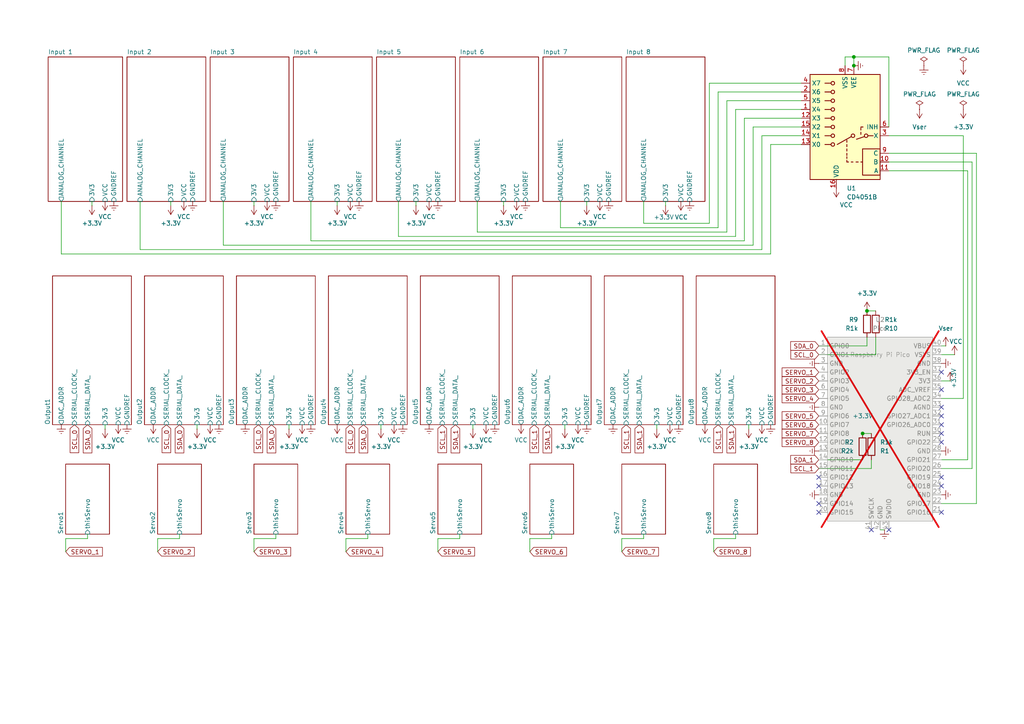
<source format=kicad_sch>
(kicad_sch (version 20250114) (generator "eeschema") (generator_version "9.0")
  (paper "A4")
  (lib_symbols
    (symbol "Analog_Switch:CD4051B"
      (property "Reference" "U" (at -10.16 16.51 0))
      (property "Value" "CD4051B" (at 3.81 16.51 0))
      (symbol "CD4051B_0_1"
        (rectangle (start -10.16 15.24) (end 10.16 -15.24) (stroke (width 0.254)) (fill (type background)))
        (rectangle (start -10.16 6.35) (end -5.08 13.97) (stroke (width 0.254)))
        (polyline (pts (xy -8.128 2.54) (xy -6.604 2.54)) (stroke (width 0.254)))
        (circle (center -6.096 2.54) (radius 0.508) (stroke (width 0.254)))
        (polyline (pts (xy -5.588 2.794) (xy -3.302 3.556)) (stroke (width 0.254)))
        (polyline (pts (xy -4.572 10.16) (xy -5.08 10.16)) (stroke (width 0.254)))
        (polyline (pts (xy -4.572 1.524) (xy -4.572 2.159)) (stroke (width 0.254)))
        (polyline (pts (xy -4.572 0.254) (xy -4.572 0.889)) (stroke (width 0.254)))
        (polyline (pts (xy -4.572 0) (xy -5.207 0)) (stroke (width 0.254)))
        (polyline (pts (xy -3.81 10.16) (xy -3.175 10.16)) (stroke (width 0.254)))
        (circle (center -2.286 2.54) (radius 0.508) (stroke (width 0.254)))
        (polyline (pts (xy -1.778 10.16) (xy -2.286 10.16)) (stroke (width 0.254)))
        (polyline (pts (xy -1.778 2.794) (xy 2.286 5.08)) (stroke (width 0.254)))
        (polyline (pts (xy -0.508 10.16) (xy -1.016 10.16)) (stroke (width 0.254)))
        (polyline (pts (xy -0.508 9.652) (xy -0.508 10.16)) (stroke (width 0.254)))
        (polyline (pts (xy -0.508 8.636) (xy -0.508 9.144)) (stroke (width 0.254)))
        (polyline (pts (xy -0.508 7.62) (xy -0.508 8.255)) (stroke (width 0.254)))
        (polyline (pts (xy -0.508 6.35) (xy -0.508 6.985)) (stroke (width 0.254)))
        (polyline (pts (xy -0.508 5.08) (xy -0.508 5.715)) (stroke (width 0.254)))
        (polyline (pts (xy -0.508 3.81) (xy -0.508 4.445)) (stroke (width 0.254)))
        (circle (center 3.556 5.08) (radius 0.508) (stroke (width 0.254)))
        (circle (center 3.556 2.54) (radius 0.508) (stroke (width 0.254)))
        (circle (center 3.556 0) (radius 0.508) (stroke (width 0.254)))
        (circle (center 3.556 -2.54) (radius 0.508) (stroke (width 0.254)))
        (circle (center 3.556 -5.08) (radius 0.508) (stroke (width 0.254)))
        (circle (center 3.556 -7.62) (radius 0.508) (stroke (width 0.254)))
        (circle (center 3.556 -10.16) (radius 0.508) (stroke (width 0.254)))
        (circle (center 3.556 -12.7) (radius 0.508) (stroke (width 0.254)))
        (polyline (pts (xy 4.064 5.08) (xy 5.842 5.08)) (stroke (width 0.254)))
        (polyline (pts (xy 4.064 2.54) (xy 5.842 2.54)) (stroke (width 0.254)))
        (polyline (pts (xy 4.064 0) (xy 5.842 0)) (stroke (width 0.254)))
        (polyline (pts (xy 4.064 -2.54) (xy 5.842 -2.54)) (stroke (width 0.254)))
        (polyline (pts (xy 4.064 -5.08) (xy 5.842 -5.08)) (stroke (width 0.254)))
        (polyline (pts (xy 4.064 -7.62) (xy 5.842 -7.62)) (stroke (width 0.254)))
        (polyline (pts (xy 4.064 -10.16) (xy 5.842 -10.16)) (stroke (width 0.254)))
        (polyline (pts (xy 4.064 -12.7) (xy 5.842 -12.7)) (stroke (width 0.254)))
      )
      (symbol "CD4051B_1_1"
        (pin input line (at -12.7 12.7 0) (length 2.54) (name "A") (number "11"))
        (pin input line (at -12.7 10.16 0) (length 2.54) (name "B") (number "10"))
        (pin input line (at -12.7 7.62 0) (length 2.54) (name "C") (number "9"))
        (pin bidirectional line (at -12.7 2.54 0) (length 2.54) (name "X") (number "3"))
        (pin input line (at -12.7 0 0) (length 2.54) (name "INH") (number "6"))
        (pin power_in line (at -2.54 -17.78 90) (length 2.54) (name "VEE") (number "7"))
        (pin power_in line (at 0 -17.78 90) (length 2.54) (name "VSS") (number "8"))
        (pin power_in line (at 2.54 17.78 270) (length 2.54) (name "VDD") (number "16"))
        (pin bidirectional line (at 12.7 5.08 180) (length 2.54) (name "X0") (number "13"))
        (pin bidirectional line (at 12.7 2.54 180) (length 2.54) (name "X1") (number "14"))
        (pin bidirectional line (at 12.7 0 180) (length 2.54) (name "X2") (number "15"))
        (pin bidirectional line (at 12.7 -2.54 180) (length 2.54) (name "X3") (number "12"))
        (pin bidirectional line (at 12.7 -5.08 180) (length 2.54) (name "X4") (number "1"))
        (pin bidirectional line (at 12.7 -7.62 180) (length 2.54) (name "X5") (number "5"))
        (pin bidirectional line (at 12.7 -10.16 180) (length 2.54) (name "X6") (number "2"))
        (pin bidirectional line (at 12.7 -12.7 180) (length 2.54) (name "X7") (number "4"))
      )
    )
    (symbol "Device:R" (pin_numbers (hide yes)) (pin_names (offset 0))
      (property "Reference" "R" (at 2.032 0 90))
      (property "Value" "R" (at 0 0 90))
      (symbol "R_0_1"
        (rectangle (start -1.016 -2.54) (end 1.016 2.54) (stroke (width 0.254)))
      )
      (symbol "R_1_1"
        (pin passive line (at 0 3.81 270) (length 1.27) (name "~") (number "1"))
        (pin passive line (at 0 -3.81 90) (length 1.27) (name "~") (number "2"))
      )
    )
    (symbol "MCU_RaspberryPi_and_Boards:Pico"
      (property "Reference" "U" (at -13.97 27.94 0))
      (property "Value" "Pico" (at 0 19.05 0))
      (symbol "Pico_0_0"
        (text "Raspberry Pi Pico" (at 0 21.59 0) (effects (font (size 1.27 1.27))))
      )
      (symbol "Pico_0_1"
        (rectangle (start -15.24 26.67) (end 15.24 -26.67) (fill (type background)))
      )
      (symbol "Pico_1_1"
        (pin bidirectional line (at -17.78 24.13 0) (length 2.54) (name "GPIO0") (number "1"))
        (pin bidirectional line (at -17.78 21.59 0) (length 2.54) (name "GPIO1") (number "2"))
        (pin power_in line (at -17.78 19.05 0) (length 2.54) (name "GND") (number "3"))
        (pin bidirectional line (at -17.78 16.51 0) (length 2.54) (name "GPIO2") (number "4"))
        (pin bidirectional line (at -17.78 13.97 0) (length 2.54) (name "GPIO3") (number "5"))
        (pin bidirectional line (at -17.78 11.43 0) (length 2.54) (name "GPIO4") (number "6"))
        (pin bidirectional line (at -17.78 8.89 0) (length 2.54) (name "GPIO5") (number "7"))
        (pin power_in line (at -17.78 6.35 0) (length 2.54) (name "GND") (number "8"))
        (pin bidirectional line (at -17.78 3.81 0) (length 2.54) (name "GPIO6") (number "9"))
        (pin bidirectional line (at -17.78 1.27 0) (length 2.54) (name "GPIO7") (number "10"))
        (pin bidirectional line (at -17.78 -1.27 0) (length 2.54) (name "GPIO8") (number "11"))
        (pin bidirectional line (at -17.78 -3.81 0) (length 2.54) (name "GPIO9") (number "12"))
        (pin power_in line (at -17.78 -6.35 0) (length 2.54) (name "GND") (number "13"))
        (pin bidirectional line (at -17.78 -8.89 0) (length 2.54) (name "GPIO10") (number "14"))
        (pin bidirectional line (at -17.78 -11.43 0) (length 2.54) (name "GPIO11") (number "15"))
        (pin bidirectional line (at -17.78 -13.97 0) (length 2.54) (name "GPIO12") (number "16"))
        (pin bidirectional line (at -17.78 -16.51 0) (length 2.54) (name "GPIO13") (number "17"))
        (pin power_in line (at -17.78 -19.05 0) (length 2.54) (name "GND") (number "18"))
        (pin bidirectional line (at -17.78 -21.59 0) (length 2.54) (name "GPIO14") (number "19"))
        (pin bidirectional line (at -17.78 -24.13 0) (length 2.54) (name "GPIO15") (number "20"))
        (pin input line (at -2.54 -29.21 90) (length 2.54) (name "SWCLK") (number "41"))
        (pin power_in line (at 0 -29.21 90) (length 2.54) (name "GND") (number "42"))
        (pin bidirectional line (at 2.54 -29.21 90) (length 2.54) (name "SWDIO") (number "43"))
        (pin power_in line (at 17.78 24.13 180) (length 2.54) (name "VBUS") (number "40"))
        (pin power_in line (at 17.78 21.59 180) (length 2.54) (name "VSYS") (number "39"))
        (pin bidirectional line (at 17.78 19.05 180) (length 2.54) (name "GND") (number "38"))
        (pin input line (at 17.78 16.51 180) (length 2.54) (name "3V3_EN") (number "37"))
        (pin power_in line (at 17.78 13.97 180) (length 2.54) (name "3V3") (number "36"))
        (pin power_in line (at 17.78 11.43 180) (length 2.54) (name "ADC_VREF") (number "35"))
        (pin bidirectional line (at 17.78 8.89 180) (length 2.54) (name "GPIO28_ADC2") (number "34"))
        (pin power_in line (at 17.78 6.35 180) (length 2.54) (name "AGND") (number "33"))
        (pin bidirectional line (at 17.78 3.81 180) (length 2.54) (name "GPIO27_ADC1") (number "32"))
        (pin bidirectional line (at 17.78 1.27 180) (length 2.54) (name "GPIO26_ADC0") (number "31"))
        (pin input line (at 17.78 -1.27 180) (length 2.54) (name "RUN") (number "30"))
        (pin bidirectional line (at 17.78 -3.81 180) (length 2.54) (name "GPIO22") (number "29"))
        (pin power_in line (at 17.78 -6.35 180) (length 2.54) (name "GND") (number "28"))
        (pin bidirectional line (at 17.78 -8.89 180) (length 2.54) (name "GPIO21") (number "27"))
        (pin bidirectional line (at 17.78 -11.43 180) (length 2.54) (name "GPIO20") (number "26"))
        (pin bidirectional line (at 17.78 -13.97 180) (length 2.54) (name "GPIO19") (number "25"))
        (pin bidirectional line (at 17.78 -16.51 180) (length 2.54) (name "GPIO18") (number "24"))
        (pin power_in line (at 17.78 -19.05 180) (length 2.54) (name "GND") (number "23"))
        (pin bidirectional line (at 17.78 -21.59 180) (length 2.54) (name "GPIO17") (number "22"))
        (pin bidirectional line (at 17.78 -24.13 180) (length 2.54) (name "GPIO16") (number "21"))
      )
    )
    (symbol "power:+3.3V" (power) (pin_numbers (hide yes)) (pin_names (offset 0) (hide yes))
      (property "Value" "+3.3V" (at 0 3.556 0))
      (symbol "+3.3V_0_1"
        (polyline (pts (xy -0.762 1.27) (xy 0 2.54)))
        (polyline (pts (xy 0 2.54) (xy 0.762 1.27)))
        (polyline (pts (xy 0 0) (xy 0 2.54)))
      )
      (symbol "+3.3V_1_1"
        (pin power_in line (at 0 0 90) (length 0) (name "~") (number "1"))
      )
    )
    (symbol "power:GNDREF" (power) (pin_numbers (hide yes)) (pin_names (offset 0) (hide yes))
      (property "Value" "GNDREF" (at 0 -3.81 0))
      (symbol "GNDREF_0_1"
        (polyline (pts (xy -0.635 -1.905) (xy 0.635 -1.905)))
        (polyline (pts (xy -0.127 -2.54) (xy 0.127 -2.54)))
        (polyline (pts (xy 0 -1.27) (xy 0 0)))
        (polyline (pts (xy 1.27 -1.27) (xy -1.27 -1.27)))
      )
      (symbol "GNDREF_1_1"
        (pin power_in line (at 0 0 270) (length 0) (name "~") (number "1"))
      )
    )
    (symbol "power:PWR_FLAG" (power) (pin_numbers (hide yes)) (pin_names (offset 0) (hide yes))
      (property "Value" "PWR_FLAG" (at 0 3.81 0))
      (symbol "PWR_FLAG_0_0"
        (pin power_out line (at 0 0 90) (length 0) (name "~") (number "1"))
      )
      (symbol "PWR_FLAG_0_1"
        (polyline (pts (xy 0 0) (xy 0 1.27) (xy -1.016 1.905) (xy 0 2.54) (xy 1.016 1.905) (xy 0 1.27)))
      )
    )
    (symbol "power:VCC" (power) (pin_numbers (hide yes)) (pin_names (offset 0) (hide yes))
      (property "Value" "VCC" (at 0 3.556 0))
      (symbol "VCC_0_1"
        (polyline (pts (xy -0.762 1.27) (xy 0 2.54)))
        (polyline (pts (xy 0 2.54) (xy 0.762 1.27)))
        (polyline (pts (xy 0 0) (xy 0 2.54)))
      )
      (symbol "VCC_1_1"
        (pin power_in line (at 0 0 90) (length 0) (name "~") (number "1"))
      )
    )
  )
  (junction (at 247.65 16.51))
  (junction (at 247.65 19.05))
  (junction (at 250.19 125.73))
  (junction (at 251.46 90.17))
  (no_connect (at 237.49 138.43))
  (no_connect (at 252.73 153.67))
  (no_connect (at 273.05 148.59))
  (no_connect (at 273.05 120.65))
  (no_connect (at 273.05 118.11))
  (no_connect (at 273.05 123.19))
  (no_connect (at 273.05 125.73))
  (no_connect (at 273.05 138.43))
  (no_connect (at 273.05 107.95))
  (no_connect (at 237.49 148.59))
  (no_connect (at 237.49 140.97))
  (no_connect (at 257.81 153.67))
  (no_connect (at 273.05 140.97))
  (no_connect (at 273.05 128.27))
  (no_connect (at 237.49 146.05))
  (no_connect (at 273.05 113.03))
  (wire (pts (xy 57.15 124.46) (xy 57.15 123.19)))
  (wire (pts (xy 106.68 156.21) (xy 106.68 154.94)))
  (wire (pts (xy 245.11 16.51) (xy 245.11 19.05)))
  (wire (pts (xy 257.81 46.99) (xy 281.94 46.99)))
  (wire (pts (xy 115.57 68.58) (xy 213.36 68.58)))
  (wire (pts (xy 163.83 124.46) (xy 163.83 123.19)))
  (wire (pts (xy 251.46 100.33) (xy 237.49 100.33)))
  (wire (pts (xy 40.64 58.42) (xy 40.64 72.39)))
  (wire (pts (xy 127 156.21) (xy 133.35 156.21)))
  (wire (pts (xy 254 102.87) (xy 237.49 102.87)))
  (wire (pts (xy 186.69 64.77) (xy 205.74 64.77)))
  (wire (pts (xy 254 97.79) (xy 254 102.87)))
  (wire (pts (xy 208.28 66.04) (xy 162.56 66.04)))
  (wire (pts (xy 232.41 31.75) (xy 213.36 31.75)))
  (wire (pts (xy 30.48 124.46) (xy 30.48 123.19)))
  (wire (pts (xy 255.27 153.67) (xy 256.54 153.67)))
  (wire (pts (xy 127 160.02) (xy 127 156.21)))
  (wire (pts (xy 213.36 31.75) (xy 213.36 68.58)))
  (wire (pts (xy 25.4 156.21) (xy 25.4 154.94)))
  (wire (pts (xy 180.34 160.02) (xy 180.34 156.21)))
  (wire (pts (xy 208.28 26.67) (xy 208.28 66.04)))
  (wire (pts (xy 115.57 58.42) (xy 115.57 68.58)))
  (wire (pts (xy 110.49 124.46) (xy 110.49 123.19)))
  (wire (pts (xy 133.35 156.21) (xy 133.35 154.94)))
  (wire (pts (xy 210.82 29.21) (xy 210.82 67.31)))
  (wire (pts (xy 245.11 16.51) (xy 247.65 16.51)))
  (wire (pts (xy 19.05 160.02) (xy 19.05 156.21)))
  (wire (pts (xy 257.81 49.53) (xy 280.67 49.53)))
  (wire (pts (xy 232.41 36.83) (xy 218.44 36.83)))
  (wire (pts (xy 281.94 46.99) (xy 281.94 135.89)))
  (wire (pts (xy 252.73 125.73) (xy 250.19 125.73)))
  (wire (pts (xy 49.53 59.69) (xy 49.53 58.42)))
  (wire (pts (xy 162.56 58.42) (xy 162.56 66.04)))
  (wire (pts (xy 137.16 124.46) (xy 137.16 123.19)))
  (wire (pts (xy 90.17 69.85) (xy 215.9 69.85)))
  (wire (pts (xy 223.52 41.91) (xy 223.52 73.66)))
  (wire (pts (xy 26.67 59.69) (xy 26.67 58.42)))
  (wire (pts (xy 19.05 156.21) (xy 25.4 156.21)))
  (wire (pts (xy 205.74 24.13) (xy 205.74 64.77)))
  (wire (pts (xy 251.46 97.79) (xy 251.46 100.33)))
  (wire (pts (xy 237.49 135.89) (xy 252.73 135.89)))
  (wire (pts (xy 160.02 154.94) (xy 160.02 156.21)))
  (wire (pts (xy 100.33 160.02) (xy 100.33 156.21)))
  (wire (pts (xy 273.05 102.87) (xy 276.86 102.87)))
  (wire (pts (xy 213.36 156.21) (xy 213.36 154.94)))
  (wire (pts (xy 83.82 124.46) (xy 83.82 123.19)))
  (wire (pts (xy 232.41 39.37) (xy 220.98 39.37)))
  (wire (pts (xy 283.21 44.45) (xy 283.21 146.05)))
  (wire (pts (xy 100.33 156.21) (xy 106.68 156.21)))
  (wire (pts (xy 232.41 26.67) (xy 208.28 26.67)))
  (wire (pts (xy 232.41 34.29) (xy 215.9 34.29)))
  (wire (pts (xy 80.01 156.21) (xy 80.01 154.94)))
  (wire (pts (xy 273.05 133.35) (xy 280.67 133.35)))
  (wire (pts (xy 252.73 135.89) (xy 252.73 133.35)))
  (wire (pts (xy 120.65 59.69) (xy 120.65 58.42)))
  (wire (pts (xy 138.43 58.42) (xy 138.43 67.31)))
  (wire (pts (xy 45.72 156.21) (xy 52.07 156.21)))
  (wire (pts (xy 73.66 156.21) (xy 80.01 156.21)))
  (wire (pts (xy 257.81 39.37) (xy 279.4 39.37)))
  (wire (pts (xy 186.69 58.42) (xy 186.69 64.77)))
  (wire (pts (xy 273.05 146.05) (xy 283.21 146.05)))
  (wire (pts (xy 215.9 34.29) (xy 215.9 69.85)))
  (wire (pts (xy 73.66 59.69) (xy 73.66 58.42)))
  (wire (pts (xy 45.72 160.02) (xy 45.72 156.21)))
  (wire (pts (xy 232.41 24.13) (xy 205.74 24.13)))
  (wire (pts (xy 218.44 36.83) (xy 218.44 71.12)))
  (wire (pts (xy 273.05 135.89) (xy 281.94 135.89)))
  (wire (pts (xy 153.67 156.21) (xy 160.02 156.21)))
  (wire (pts (xy 207.01 156.21) (xy 213.36 156.21)))
  (wire (pts (xy 186.69 156.21) (xy 186.69 154.94)))
  (wire (pts (xy 146.05 59.69) (xy 146.05 58.42)))
  (wire (pts (xy 232.41 41.91) (xy 223.52 41.91)))
  (wire (pts (xy 280.67 49.53) (xy 280.67 133.35)))
  (wire (pts (xy 273.05 110.49) (xy 275.59 110.49)))
  (wire (pts (xy 170.18 59.69) (xy 170.18 58.42)))
  (wire (pts (xy 153.67 160.02) (xy 153.67 156.21)))
  (wire (pts (xy 17.78 73.66) (xy 223.52 73.66)))
  (wire (pts (xy 257.81 44.45) (xy 283.21 44.45)))
  (wire (pts (xy 52.07 156.21) (xy 52.07 154.94)))
  (wire (pts (xy 90.17 58.42) (xy 90.17 69.85)))
  (wire (pts (xy 247.65 16.51) (xy 257.81 16.51)))
  (wire (pts (xy 251.46 90.17) (xy 254 90.17)))
  (wire (pts (xy 64.77 58.42) (xy 64.77 71.12)))
  (wire (pts (xy 220.98 39.37) (xy 220.98 72.39)))
  (wire (pts (xy 17.78 58.42) (xy 17.78 73.66)))
  (wire (pts (xy 274.32 100.33) (xy 273.05 100.33)))
  (wire (pts (xy 257.81 16.51) (xy 257.81 36.83)))
  (wire (pts (xy 193.04 59.69) (xy 193.04 58.42)))
  (wire (pts (xy 73.66 160.02) (xy 73.66 156.21)))
  (wire (pts (xy 64.77 71.12) (xy 218.44 71.12)))
  (wire (pts (xy 247.65 19.05) (xy 247.65 16.51)))
  (wire (pts (xy 97.79 59.69) (xy 97.79 58.42)))
  (wire (pts (xy 232.41 29.21) (xy 210.82 29.21)))
  (wire (pts (xy 180.34 156.21) (xy 186.69 156.21)))
  (wire (pts (xy 207.01 160.02) (xy 207.01 156.21)))
  (wire (pts (xy 279.4 39.37) (xy 279.4 115.57)))
  (wire (pts (xy 279.4 115.57) (xy 273.05 115.57)))
  (wire (pts (xy 237.49 133.35) (xy 250.19 133.35)))
  (wire (pts (xy 190.5 124.46) (xy 190.5 123.19)))
  (wire (pts (xy 217.17 124.46) (xy 217.17 123.19)))
  (wire (pts (xy 210.82 67.31) (xy 138.43 67.31)))
  (wire (pts (xy 40.64 72.39) (xy 220.98 72.39)))
  (global_label "SCL_1" (shape input) (at 154.94 123.19 270) (property "Intersheetrefs" "${INTERSHEET_REFS}" (effects (hide yes))))
  (global_label "SERVO_7" (shape input) (at 237.49 125.73 180) (property "Intersheetrefs" "${INTERSHEET_REFS}" (effects (hide yes))))
  (global_label "SDA_1" (shape input) (at 158.75 123.19 270) (property "Intersheetrefs" "${INTERSHEET_REFS}" (effects (hide yes))))
  (global_label "SERVO_2" (shape input) (at 45.72 160.02 0) (property "Intersheetrefs" "${INTERSHEET_REFS}" (effects (hide yes))))
  (global_label "SDA_0" (shape input) (at 25.4 123.19 270) (property "Intersheetrefs" "${INTERSHEET_REFS}" (effects (hide yes))))
  (global_label "SDA_0" (shape input) (at 105.41 123.19 270) (property "Intersheetrefs" "${INTERSHEET_REFS}" (effects (hide yes))))
  (global_label "SDA_1" (shape input) (at 132.08 123.19 270) (property "Intersheetrefs" "${INTERSHEET_REFS}" (effects (hide yes))))
  (global_label "SDA_1" (shape input) (at 237.49 133.35 180) (property "Intersheetrefs" "${INTERSHEET_REFS}" (effects (hide yes))))
  (global_label "SERVO_4" (shape input) (at 100.33 160.02 0) (property "Intersheetrefs" "${INTERSHEET_REFS}" (effects (hide yes))))
  (global_label "SERVO_1" (shape input) (at 237.49 107.95 180) (property "Intersheetrefs" "${INTERSHEET_REFS}" (effects (hide yes))))
  (global_label "SERVO_3" (shape input) (at 73.66 160.02 0) (property "Intersheetrefs" "${INTERSHEET_REFS}" (effects (hide yes))))
  (global_label "SERVO_1" (shape input) (at 19.05 160.02 0) (property "Intersheetrefs" "${INTERSHEET_REFS}" (effects (hide yes))))
  (global_label "SDA_0" (shape input) (at 78.74 123.19 270) (property "Intersheetrefs" "${INTERSHEET_REFS}" (effects (hide yes))))
  (global_label "SERVO_4" (shape input) (at 237.49 115.57 180) (property "Intersheetrefs" "${INTERSHEET_REFS}" (effects (hide yes))))
  (global_label "SCL_0" (shape input) (at 101.6 123.19 270) (property "Intersheetrefs" "${INTERSHEET_REFS}" (effects (hide yes))))
  (global_label "SERVO_8" (shape input) (at 237.49 128.27 180) (property "Intersheetrefs" "${INTERSHEET_REFS}" (effects (hide yes))))
  (global_label "SDA_1" (shape input) (at 212.09 123.19 270) (property "Intersheetrefs" "${INTERSHEET_REFS}" (effects (hide yes))))
  (global_label "SDA_1" (shape input) (at 185.42 123.19 270) (property "Intersheetrefs" "${INTERSHEET_REFS}" (effects (hide yes))))
  (global_label "SERVO_2" (shape input) (at 237.49 110.49 180) (property "Intersheetrefs" "${INTERSHEET_REFS}" (effects (hide yes))))
  (global_label "SERVO_8" (shape input) (at 207.01 160.02 0) (property "Intersheetrefs" "${INTERSHEET_REFS}" (effects (hide yes))))
  (global_label "SERVO_5" (shape input) (at 127 160.02 0) (property "Intersheetrefs" "${INTERSHEET_REFS}" (effects (hide yes))))
  (global_label "SERVO_5" (shape input) (at 237.49 120.65 180) (property "Intersheetrefs" "${INTERSHEET_REFS}" (effects (hide yes))))
  (global_label "SCL_0" (shape input) (at 21.59 123.19 270) (property "Intersheetrefs" "${INTERSHEET_REFS}" (effects (hide yes))))
  (global_label "SCL_0" (shape input) (at 237.49 102.87 180) (property "Intersheetrefs" "${INTERSHEET_REFS}" (effects (hide yes))))
  (global_label "SCL_1" (shape input) (at 208.28 123.19 270) (property "Intersheetrefs" "${INTERSHEET_REFS}" (effects (hide yes))))
  (global_label "SERVO_6" (shape input) (at 237.49 123.19 180) (property "Intersheetrefs" "${INTERSHEET_REFS}" (effects (hide yes))))
  (global_label "SDA_0" (shape input) (at 237.49 100.33 180) (property "Intersheetrefs" "${INTERSHEET_REFS}" (effects (hide yes))))
  (global_label "SERVO_7" (shape input) (at 180.34 160.02 0) (property "Intersheetrefs" "${INTERSHEET_REFS}" (effects (hide yes))))
  (global_label "SCL_0" (shape input) (at 48.26 123.19 270) (property "Intersheetrefs" "${INTERSHEET_REFS}" (effects (hide yes))))
  (global_label "SCL_0" (shape input) (at 74.93 123.19 270) (property "Intersheetrefs" "${INTERSHEET_REFS}" (effects (hide yes))))
  (global_label "SCL_1" (shape input) (at 128.27 123.19 270) (property "Intersheetrefs" "${INTERSHEET_REFS}" (effects (hide yes))))
  (global_label "SDA_0" (shape input) (at 52.07 123.19 270) (property "Intersheetrefs" "${INTERSHEET_REFS}" (effects (hide yes))))
  (global_label "SERVO_6" (shape input) (at 153.67 160.02 0) (property "Intersheetrefs" "${INTERSHEET_REFS}" (effects (hide yes))))
  (global_label "SCL_1" (shape input) (at 181.61 123.19 270) (property "Intersheetrefs" "${INTERSHEET_REFS}" (effects (hide yes))))
  (global_label "SCL_1" (shape input) (at 237.49 135.89 180) (property "Intersheetrefs" "${INTERSHEET_REFS}" (effects (hide yes))))
  (global_label "SERVO_3" (shape input) (at 237.49 113.03 180) (property "Intersheetrefs" "${INTERSHEET_REFS}" (effects (hide yes))))
  (symbol (lib_id "power:GNDREF") (at 17.78 123.19 0) (unit 1)
    (property "Reference" "#PWR0343" (effects (hide yes)))
    (property "Value" "GNDREF" (effects (hide yes)))
    (property "Description" "Power symbol creates a global label with name \"GNDREF\" , reference supply ground" (effects (hide yes)))
  )
  (symbol (lib_id "power:+3.3V") (at 83.82 124.46 180) (unit 1)
    (property "Reference" "#PWR0331" (effects (hide yes)))
    (property "Value" "+3.3V" (at 83.82 129.54 0))
    (property "Description" "Power symbol creates a global label with name \"+3.3V\"" (effects (hide yes)))
  )
  (symbol (lib_id "power:PWR_FLAG") (at 267.97 19.05 0) (unit 1)
    (property "Reference" "#FLG01" (effects (hide yes)))
    (property "Value" "PWR_FLAG" (at 267.97 14.605 0))
    (property "Description" "Special symbol for telling ERC where power comes from" (effects (hide yes)))
  )
  (symbol (lib_id "power:GNDREF") (at 200.025 58.42 0) (unit 1)
    (property "Reference" "#PWR050" (effects (hide yes)))
    (property "Value" "GNDREF" (effects (hide yes)))
    (property "Description" "Power symbol creates a global label with name \"GNDREF\" , reference supply ground" (effects (hide yes)))
  )
  (symbol (lib_id "power:GNDREF") (at 273.05 143.51 90) (unit 1)
    (property "Reference" "#PWR065" (effects (hide yes)))
    (property "Value" "GNDREF" (effects (hide yes)))
    (property "Description" "Power symbol creates a global label with name \"GNDREF\" , reference supply ground" (effects (hide yes)))
  )
  (symbol (lib_id "power:+3.3V") (at 190.5 124.46 180) (unit 1)
    (property "Reference" "#PWR0335" (effects (hide yes)))
    (property "Value" "+3.3V" (at 190.5 129.54 0))
    (property "Description" "Power symbol creates a global label with name \"+3.3V\"" (effects (hide yes)))
  )
  (symbol (lib_id "Device:R") (at 254 93.98 0) (mirror x) (unit 1)
    (property "Reference" "R10" (at 256.54 95.2501 0) (effects (justify left)))
    (property "Value" "R1k" (at 256.54 92.7101 0) (effects (justify left)))
    (property "Footprint" "Resistor_SMD:R_0805_2012Metric" (effects (hide yes)))
    (property "Description" "Resistor" (effects (hide yes)))
  )
  (symbol (lib_id "power:+3.3V") (at 26.67 59.69 180) (unit 1)
    (property "Reference" "#PWR034" (effects (hide yes)))
    (property "Value" "+3.3V" (at 26.67 64.77 0))
    (property "Description" "Power symbol creates a global label with name \"+3.3V\"" (effects (hide yes)))
  )
  (symbol (lib_id "power:+3.3V") (at 170.18 59.69 180) (unit 1)
    (property "Reference" "#PWR0134" (effects (hide yes)))
    (property "Value" "+3.3V" (at 170.18 64.77 0))
    (property "Description" "Power symbol creates a global label with name \"+3.3V\"" (effects (hide yes)))
  )
  (symbol (lib_id "power:PWR_FLAG") (at 279.4 19.05 0) (unit 1)
    (property "Reference" "#FLG02" (effects (hide yes)))
    (property "Value" "PWR_FLAG" (at 279.4 14.605 0))
    (property "Description" "Special symbol for telling ERC where power comes from" (effects (hide yes)))
  )
  (symbol (lib_id "power:GNDREF") (at 152.4 58.42 0) (unit 1)
    (property "Reference" "#PWR040" (effects (hide yes)))
    (property "Value" "GNDREF" (effects (hide yes)))
    (property "Description" "Power symbol creates a global label with name \"GNDREF\" , reference supply ground" (effects (hide yes)))
  )
  (symbol (lib_id "power:VCC") (at 97.79 123.19 180) (unit 1)
    (property "Reference" "#PWR0342" (effects (hide yes)))
    (property "Value" "VCC" (at 97.79 127.635 0))
    (property "Description" "Power symbol creates a global label with name \"VCC\"" (effects (hide yes)))
  )
  (symbol (lib_id "power:VCC") (at 251.46 90.17 0) (unit 1)
    (property "Reference" "#PWR072" (effects (hide yes)))
    (property "Value" "+3.3V" (at 251.46 85.09 0))
    (property "Description" "Power symbol creates a global label with name \"VCC\"" (effects (hide yes)))
  )
  (symbol (lib_id "power:GNDREF") (at 63.5 123.19 0) (unit 1)
    (property "Reference" "#PWR014" (effects (hide yes)))
    (property "Value" "GNDREF" (effects (hide yes)))
    (property "Description" "Power symbol creates a global label with name \"GNDREF\" , reference supply ground" (effects (hide yes)))
  )
  (symbol (lib_id "power:+3.3V") (at 110.49 124.46 180) (unit 1)
    (property "Reference" "#PWR0332" (effects (hide yes)))
    (property "Value" "+3.3V" (at 110.49 129.54 0))
    (property "Description" "Power symbol creates a global label with name \"+3.3V\"" (effects (hide yes)))
  )
  (symbol (lib_id "power:VCC") (at 60.96 123.19 180) (unit 1)
    (property "Reference" "#PWR013" (effects (hide yes)))
    (property "Value" "VCC" (at 60.96 127.635 0))
    (property "Description" "Power symbol creates a global label with name \"VCC\"" (effects (hide yes)))
  )
  (symbol (lib_id "Device:R") (at 250.19 129.54 0) (mirror y) (unit 1)
    (property "Reference" "R2" (at 247.65 128.2699 0) (effects (justify left)))
    (property "Value" "R2k" (at 247.65 130.8099 0) (effects (justify left)))
    (property "Footprint" "Resistor_SMD:R_0805_2012Metric" (effects (hide yes)))
    (property "Description" "Resistor" (effects (hide yes)))
  )
  (symbol (lib_id "Device:R") (at 251.46 93.98 0) (mirror y) (unit 1)
    (property "Reference" "R9" (at 248.92 92.7099 0) (effects (justify left)))
    (property "Value" "R1k" (at 248.92 95.2499 0) (effects (justify left)))
    (property "Footprint" "Resistor_SMD:R_0805_2012Metric" (effects (hide yes)))
    (property "Description" "Resistor" (effects (hide yes)))
  )
  (symbol (lib_id "power:VCC") (at 53.34 58.42 180) (unit 1)
    (property "Reference" "#PWR09" (effects (hide yes)))
    (property "Value" "VCC" (at 53.34 62.865 0))
    (property "Description" "Power symbol creates a global label with name \"VCC\"" (effects (hide yes)))
  )
  (symbol (lib_id "power:GNDREF") (at 170.18 123.19 0) (unit 1)
    (property "Reference" "#PWR044" (effects (hide yes)))
    (property "Value" "GNDREF" (effects (hide yes)))
    (property "Description" "Power symbol creates a global label with name \"GNDREF\" , reference supply ground" (effects (hide yes)))
  )
  (symbol (lib_id "power:PWR_FLAG") (at 266.7 31.75 0) (unit 1)
    (property "Reference" "#FLG04" (effects (hide yes)))
    (property "Value" "PWR_FLAG" (at 266.7 27.305 0))
    (property "Description" "Special symbol for telling ERC where power comes from" (effects (hide yes)))
  )
  (symbol (lib_id "power:VCC") (at 197.485 58.42 180) (unit 1)
    (property "Reference" "#PWR048" (effects (hide yes)))
    (property "Value" "VCC" (at 197.612 62.992 0))
    (property "Description" "Power symbol creates a global label with name \"VCC\"" (effects (hide yes)))
  )
  (symbol (lib_id "power:GNDREF") (at 223.52 123.19 0) (unit 1)
    (property "Reference" "#PWR052" (effects (hide yes)))
    (property "Value" "GNDREF" (effects (hide yes)))
    (property "Description" "Power symbol creates a global label with name \"GNDREF\" , reference supply ground" (effects (hide yes)))
  )
  (symbol (lib_id "power:GNDREF") (at 237.49 143.51 270) (unit 1)
    (property "Reference" "#PWR056" (effects (hide yes)))
    (property "Value" "GNDREF" (effects (hide yes)))
    (property "Description" "Power symbol creates a global label with name \"GNDREF\" , reference supply ground" (effects (hide yes)))
  )
  (symbol (lib_id "power:GNDREF") (at 143.51 123.19 0) (unit 1)
    (property "Reference" "#PWR037" (effects (hide yes)))
    (property "Value" "GNDREF" (effects (hide yes)))
    (property "Description" "Power symbol creates a global label with name \"GNDREF\" , reference supply ground" (effects (hide yes)))
  )
  (symbol (lib_id "power:VCC") (at 279.4 19.05 180) (unit 1)
    (property "Reference" "#PWR066" (effects (hide yes)))
    (property "Value" "VCC" (at 279.4 24.13 0))
    (property "Description" "Power symbol creates a global label with name \"VCC\"" (effects (hide yes)))
  )
  (symbol (lib_id "power:VCC") (at 101.6 58.42 180) (unit 1)
    (property "Reference" "#PWR023" (effects (hide yes)))
    (property "Value" "VCC" (at 101.6 62.865 0))
    (property "Description" "Power symbol creates a global label with name \"VCC\"" (effects (hide yes)))
  )
  (symbol (lib_id "power:VCC") (at 30.48 58.42 180) (unit 1)
    (property "Reference" "#PWR02" (effects (hide yes)))
    (property "Value" "VCC" (at 30.48 62.865 0))
    (property "Description" "Power symbol creates a global label with name \"VCC\"" (effects (hide yes)))
  )
  (symbol (lib_id "power:GNDREF") (at 33.02 58.42 0) (unit 1)
    (property "Reference" "#PWR03" (effects (hide yes)))
    (property "Value" "GNDREF" (effects (hide yes)))
    (property "Description" "Power symbol creates a global label with name \"GNDREF\" , reference supply ground" (effects (hide yes)))
  )
  (symbol (lib_id "power:VCC") (at 274.32 100.33 0) (unit 1)
    (property "Reference" "#PWR036" (effects (hide yes)))
    (property "Value" "Vser" (at 274.32 95.25 0))
    (property "Description" "Vser" (effects (hide yes)))
  )
  (symbol (lib_id "power:GNDREF") (at 124.46 123.19 0) (unit 1)
    (property "Reference" "#PWR0338" (effects (hide yes)))
    (property "Value" "GNDREF" (effects (hide yes)))
    (property "Description" "Power symbol creates a global label with name \"GNDREF\" , reference supply ground" (effects (hide yes)))
  )
  (symbol (lib_id "power:VCC") (at 266.7 31.75 180) (unit 1)
    (property "Reference" "#PWR073" (effects (hide yes)))
    (property "Value" "Vser" (at 266.7 36.83 0))
    (property "Description" "Vser" (effects (hide yes)))
  )
  (symbol (lib_id "power:GNDREF") (at 90.17 123.19 0) (unit 1)
    (property "Reference" "#PWR021" (effects (hide yes)))
    (property "Value" "GNDREF" (effects (hide yes)))
    (property "Description" "Power symbol creates a global label with name \"GNDREF\" , reference supply ground" (effects (hide yes)))
  )
  (symbol (lib_id "power:VCC") (at 34.29 123.19 180) (unit 1)
    (property "Reference" "#PWR05" (effects (hide yes)))
    (property "Value" "VCC" (at 34.29 127.635 0))
    (property "Description" "Power symbol creates a global label with name \"VCC\"" (effects (hide yes)))
  )
  (symbol (lib_id "power:VCC") (at 124.46 58.42 180) (unit 1)
    (property "Reference" "#PWR030" (effects (hide yes)))
    (property "Value" "VCC" (at 124.46 62.865 0))
    (property "Description" "Power symbol creates a global label with name \"VCC\"" (effects (hide yes)))
  )
  (symbol (lib_id "MCU_RaspberryPi_and_Boards:Pico") (at 255.27 124.46 0) (unit 1) (dnp yes)
    (property "Reference" "U2" (at 255.27 92.71 0))
    (property "Value" "Pico" (at 255.27 95.25 0))
    (property "Footprint" "MCU_RaspberryPi_and_Boards:RPi_Pico_SMD_TH" (effects (hide yes)))
  )
  (symbol (lib_id "power:GNDREF") (at 104.14 58.42 0) (unit 1)
    (property "Reference" "#PWR024" (effects (hide yes)))
    (property "Value" "GNDREF" (effects (hide yes)))
    (property "Description" "Power symbol creates a global label with name \"GNDREF\" , reference supply ground" (effects (hide yes)))
  )
  (symbol (lib_id "power:GNDREF") (at 176.53 58.42 0) (unit 1)
    (property "Reference" "#PWR046" (effects (hide yes)))
    (property "Value" "GNDREF" (effects (hide yes)))
    (property "Description" "Power symbol creates a global label with name \"GNDREF\" , reference supply ground" (effects (hide yes)))
  )
  (symbol (lib_id "power:VCC") (at 149.86 58.42 180) (unit 1)
    (property "Reference" "#PWR039" (effects (hide yes)))
    (property "Value" "VCC" (at 149.86 62.865 0))
    (property "Description" "Power symbol creates a global label with name \"VCC\"" (effects (hide yes)))
  )
  (symbol (lib_id "power:+3.3V") (at 193.04 59.69 180) (unit 1)
    (property "Reference" "#PWR0151" (effects (hide yes)))
    (property "Value" "+3.3V" (at 192.532 62.992 0))
    (property "Description" "Power symbol creates a global label with name \"+3.3V\"" (effects (hide yes)))
  )
  (symbol (lib_id "power:GNDREF") (at 237.49 118.11 270) (unit 1)
    (property "Reference" "#PWR054" (effects (hide yes)))
    (property "Value" "GNDREF" (effects (hide yes)))
    (property "Description" "Power symbol creates a global label with name \"GNDREF\" , reference supply ground" (effects (hide yes)))
  )
  (symbol (lib_id "power:GNDREF") (at 273.05 105.41 90) (unit 1)
    (property "Reference" "#PWR063" (effects (hide yes)))
    (property "Value" "GNDREF" (effects (hide yes)))
    (property "Description" "Power symbol creates a global label with name \"GNDREF\" , reference supply ground" (effects (hide yes)))
  )
  (symbol (lib_id "power:+3.3V") (at 217.17 124.46 180) (unit 1)
    (property "Reference" "#PWR0336" (effects (hide yes)))
    (property "Value" "+3.3V" (at 217.17 129.54 0))
    (property "Description" "Power symbol creates a global label with name \"+3.3V\"" (effects (hide yes)))
  )
  (symbol (lib_id "power:GNDREF") (at 237.49 105.41 270) (unit 1)
    (property "Reference" "#PWR053" (effects (hide yes)))
    (property "Value" "GNDREF" (effects (hide yes)))
    (property "Description" "Power symbol creates a global label with name \"GNDREF\" , reference supply ground" (effects (hide yes)))
  )
  (symbol (lib_id "power:VCC") (at 167.64 123.19 180) (unit 1)
    (property "Reference" "#PWR043" (effects (hide yes)))
    (property "Value" "VCC" (at 167.64 127.635 0))
    (property "Description" "Power symbol creates a global label with name \"VCC\"" (effects (hide yes)))
  )
  (symbol (lib_id "power:+3.3V") (at 73.66 59.69 180) (unit 1)
    (property "Reference" "#PWR057" (effects (hide yes)))
    (property "Value" "+3.3V" (at 73.66 64.77 0))
    (property "Description" "Power symbol creates a global label with name \"+3.3V\"" (effects (hide yes)))
  )
  (symbol (lib_id "power:VCC") (at 44.45 123.19 180) (unit 1)
    (property "Reference" "#PWR0340" (effects (hide yes)))
    (property "Value" "VCC" (at 44.45 127.635 0))
    (property "Description" "Power symbol creates a global label with name \"VCC\"" (effects (hide yes)))
  )
  (symbol (lib_id "power:VCC") (at 140.97 123.19 180) (unit 1)
    (property "Reference" "#PWR035" (effects (hide yes)))
    (property "Value" "VCC" (at 140.97 127.635 0))
    (property "Description" "Power symbol creates a global label with name \"VCC\"" (effects (hide yes)))
  )
  (symbol (lib_id "power:VCC") (at 114.3 123.19 180) (unit 1)
    (property "Reference" "#PWR027" (effects (hide yes)))
    (property "Value" "VCC" (at 114.3 127.635 0))
    (property "Description" "Power symbol creates a global label with name \"VCC\"" (effects (hide yes)))
  )
  (symbol (lib_id "power:GNDREF") (at 196.85 123.19 0) (unit 1)
    (property "Reference" "#PWR049" (effects (hide yes)))
    (property "Value" "GNDREF" (effects (hide yes)))
    (property "Description" "Power symbol creates a global label with name \"GNDREF\" , reference supply ground" (effects (hide yes)))
  )
  (symbol (lib_id "power:+3.3V") (at 120.65 59.69 180) (unit 1)
    (property "Reference" "#PWR0100" (effects (hide yes)))
    (property "Value" "+3.3V" (at 120.65 64.77 0))
    (property "Description" "Power symbol creates a global label with name \"+3.3V\"" (effects (hide yes)))
  )
  (symbol (lib_id "power:VCC") (at 194.31 123.19 180) (unit 1)
    (property "Reference" "#PWR047" (effects (hide yes)))
    (property "Value" "VCC" (at 194.31 127.635 0))
    (property "Description" "Power symbol creates a global label with name \"VCC\"" (effects (hide yes)))
  )
  (symbol (lib_id "power:+3.3V") (at 146.05 59.69 180) (unit 1)
    (property "Reference" "#PWR0117" (effects (hide yes)))
    (property "Value" "+3.3V" (at 146.05 64.77 0))
    (property "Description" "Power symbol creates a global label with name \"+3.3V\"" (effects (hide yes)))
  )
  (symbol (lib_id "power:GNDREF") (at 55.88 58.42 0) (unit 1)
    (property "Reference" "#PWR010" (effects (hide yes)))
    (property "Value" "GNDREF" (effects (hide yes)))
    (property "Description" "Power symbol creates a global label with name \"GNDREF\" , reference supply ground" (effects (hide yes)))
  )
  (symbol (lib_id "power:GNDREF") (at 273.05 130.81 90) (unit 1)
    (property "Reference" "#PWR064" (effects (hide yes)))
    (property "Value" "GNDREF" (effects (hide yes)))
    (property "Description" "Power symbol creates a global label with name \"GNDREF\" , reference supply ground" (effects (hide yes)))
  )
  (symbol (lib_id "power:GNDREF") (at 237.49 130.81 270) (unit 1)
    (property "Reference" "#PWR055" (effects (hide yes)))
    (property "Value" "GNDREF" (effects (hide yes)))
    (property "Description" "Power symbol creates a global label with name \"GNDREF\" , reference supply ground" (effects (hide yes)))
  )
  (symbol (lib_id "power:+3.3V") (at 97.79 59.69 180) (unit 1)
    (property "Reference" "#PWR083" (effects (hide yes)))
    (property "Value" "+3.3V" (at 97.79 64.77 0))
    (property "Description" "Power symbol creates a global label with name \"+3.3V\"" (effects (hide yes)))
  )
  (symbol (lib_id "power:+3.3V") (at 275.59 110.49 0) (unit 1)
    (property "Reference" "#PWR038" (effects (hide yes)))
    (property "Value" "+3.3V" (at 276.606 109.728 90))
    (property "Description" "Power symbol creates a global label with name \"+3.3V\"" (effects (hide yes)))
  )
  (symbol (lib_id "power:+3.3V") (at 137.16 124.46 180) (unit 1)
    (property "Reference" "#PWR0333" (effects (hide yes)))
    (property "Value" "+3.3V" (at 137.16 129.54 0))
    (property "Description" "Power symbol creates a global label with name \"+3.3V\"" (effects (hide yes)))
  )
  (symbol (lib_id "power:+3.3V") (at 163.83 124.46 180) (unit 1)
    (property "Reference" "#PWR0334" (effects (hide yes)))
    (property "Value" "+3.3V" (at 163.83 129.54 0))
    (property "Description" "Power symbol creates a global label with name \"+3.3V\"" (effects (hide yes)))
  )
  (symbol (lib_id "power:GNDREF") (at 247.65 19.05 90) (unit 1)
    (property "Reference" "#PWR059" (effects (hide yes)))
    (property "Value" "GNDREF" (effects (hide yes)))
    (property "Description" "Power symbol creates a global label with name \"GNDREF\" , reference supply ground" (effects (hide yes)))
  )
  (symbol (lib_id "power:VCC") (at 242.57 54.61 180) (unit 1)
    (property "Reference" "#PWR058" (effects (hide yes)))
    (property "Value" "VCC" (at 247.396 59.436 0) (effects (justify left)))
    (property "Description" "Power symbol creates a global label with name \"VCC\"" (effects (hide yes)))
  )
  (symbol (lib_id "power:+3.3V") (at 57.15 124.46 180) (unit 1)
    (property "Reference" "#PWR0330" (effects (hide yes)))
    (property "Value" "+3.3V" (at 57.15 129.54 0))
    (property "Description" "Power symbol creates a global label with name \"+3.3V\"" (effects (hide yes)))
  )
  (symbol (lib_id "power:+3.3V") (at 30.48 124.46 180) (unit 1)
    (property "Reference" "#PWR0329" (effects (hide yes)))
    (property "Value" "+3.3V" (at 30.48 129.54 0))
    (property "Description" "Power symbol creates a global label with name \"+3.3V\"" (effects (hide yes)))
  )
  (symbol (lib_id "power:VCC") (at 276.86 102.87 0) (unit 1)
    (property "Reference" "#PWR062" (effects (hide yes)))
    (property "Value" "VCC" (at 275.336 99.06 0) (effects (justify left)))
    (property "Description" "Power symbol creates a global label with name \"VCC\"" (effects (hide yes)))
  )
  (symbol (lib_id "power:VCC") (at 204.47 123.19 180) (unit 1)
    (property "Reference" "#PWR0339" (effects (hide yes)))
    (property "Value" "VCC" (at 204.47 127.635 0))
    (property "Description" "Power symbol creates a global label with name \"VCC\"" (effects (hide yes)))
  )
  (symbol (lib_id "power:VCC") (at 77.47 58.42 180) (unit 1)
    (property "Reference" "#PWR016" (effects (hide yes)))
    (property "Value" "VCC" (at 77.47 62.865 0))
    (property "Description" "Power symbol creates a global label with name \"VCC\"" (effects (hide yes)))
  )
  (symbol (lib_id "power:VCC") (at 151.13 123.19 180) (unit 1)
    (property "Reference" "#PWR0344" (effects (hide yes)))
    (property "Value" "VCC" (at 151.13 127.635 0))
    (property "Description" "Power symbol creates a global label with name \"VCC\"" (effects (hide yes)))
  )
  (symbol (lib_id "power:GNDREF") (at 177.8 123.19 0) (unit 1)
    (property "Reference" "#PWR0337" (effects (hide yes)))
    (property "Value" "GNDREF" (effects (hide yes)))
    (property "Description" "Power symbol creates a global label with name \"GNDREF\" , reference supply ground" (effects (hide yes)))
  )
  (symbol (lib_id "power:VCC") (at 250.19 125.73 0) (unit 1)
    (property "Reference" "#PWR08" (effects (hide yes)))
    (property "Value" "+3.3V" (at 250.19 120.65 0))
    (property "Description" "Power symbol creates a global label with name \"VCC\"" (effects (hide yes)))
  )
  (symbol (lib_id "power:GNDREF") (at 36.83 123.19 0) (unit 1)
    (property "Reference" "#PWR07" (effects (hide yes)))
    (property "Value" "GNDREF" (effects (hide yes)))
    (property "Description" "Power symbol creates a global label with name \"GNDREF\" , reference supply ground" (effects (hide yes)))
  )
  (symbol (lib_id "power:GNDREF") (at 80.01 58.42 0) (unit 1)
    (property "Reference" "#PWR018" (effects (hide yes)))
    (property "Value" "GNDREF" (effects (hide yes)))
    (property "Description" "Power symbol creates a global label with name \"GNDREF\" , reference supply ground" (effects (hide yes)))
  )
  (symbol (lib_id "power:VCC") (at 87.63 123.19 180) (unit 1)
    (property "Reference" "#PWR019" (effects (hide yes)))
    (property "Value" "VCC" (at 87.63 127.635 0))
    (property "Description" "Power symbol creates a global label with name \"VCC\"" (effects (hide yes)))
  )
  (symbol (lib_id "power:VCC") (at 173.99 58.42 180) (unit 1)
    (property "Reference" "#PWR045" (effects (hide yes)))
    (property "Value" "VCC" (at 173.99 62.865 0))
    (property "Description" "Power symbol creates a global label with name \"VCC\"" (effects (hide yes)))
  )
  (symbol (lib_id "power:VCC") (at 220.98 123.19 180) (unit 1)
    (property "Reference" "#PWR051" (effects (hide yes)))
    (property "Value" "VCC" (at 220.98 127.635 0))
    (property "Description" "Power symbol creates a global label with name \"VCC\"" (effects (hide yes)))
  )
  (symbol (lib_id "Device:R") (at 252.73 129.54 0) (mirror x) (unit 1)
    (property "Reference" "R1" (at 255.27 130.8101 0) (effects (justify left)))
    (property "Value" "R1k" (at 255.27 128.2701 0) (effects (justify left)))
    (property "Footprint" "Resistor_SMD:R_0805_2012Metric" (effects (hide yes)))
    (property "Description" "Resistor" (effects (hide yes)))
  )
  (symbol (lib_id "power:GNDREF") (at 71.12 123.19 0) (unit 1)
    (property "Reference" "#PWR0341" (effects (hide yes)))
    (property "Value" "GNDREF" (effects (hide yes)))
    (property "Description" "Power symbol creates a global label with name \"GNDREF\" , reference supply ground" (effects (hide yes)))
  )
  (symbol (lib_id "power:VCC") (at 279.4 31.75 180) (unit 1)
    (property "Reference" "#PWR068" (effects (hide yes)))
    (property "Value" "+3.3V" (at 279.4 36.83 0))
    (property "Description" "Power symbol creates a global label with name \"VCC\"" (effects (hide yes)))
  )
  (symbol (lib_id "power:GNDREF") (at 256.54 153.67 0) (unit 1)
    (property "Reference" "#PWR060" (effects (hide yes)))
    (property "Value" "GNDREF" (effects (hide yes)))
    (property "Description" "Power symbol creates a global label with name \"GNDREF\" , reference supply ground" (effects (hide yes)))
  )
  (symbol (lib_id "power:GNDREF") (at 267.97 19.05 0) (unit 1)
    (property "Reference" "#PWR061" (effects (hide yes)))
    (property "Value" "GNDREF" (effects (hide yes)))
    (property "Description" "Power symbol creates a global label with name \"GNDREF\" , reference supply ground" (effects (hide yes)))
  )
  (symbol (lib_id "power:PWR_FLAG") (at 279.4 31.75 0) (unit 1)
    (property "Reference" "#FLG03" (effects (hide yes)))
    (property "Value" "PWR_FLAG" (at 279.4 27.305 0))
    (property "Description" "Special symbol for telling ERC where power comes from" (effects (hide yes)))
  )
  (symbol (lib_id "Analog_Switch:CD4051B") (at 245.11 36.83 180) (unit 1)
    (property "Reference" "U1" (at 245.5865 54.61 0) (effects (justify right)))
    (property "Value" "CD4051B" (at 245.5865 57.15 0) (effects (justify right)))
    (property "Footprint" "Package_SO:SOIC-16_3.9x9.9mm_P1.27mm" (effects (hide yes)))
    (property "Datasheet" "http://www.ti.com/lit/ds/symlink/cd4052b.pdf" (effects (hide yes)))
    (property "Description" "CMOS single 8-channel analog multiplexer demultiplexer, TSSOP-16/DIP-16/SOIC-16" (effects (hide yes)))
  )
  (symbol (lib_id "power:GNDREF") (at 127 58.42 0) (unit 1)
    (property "Reference" "#PWR032" (effects (hide yes)))
    (property "Value" "GNDREF" (effects (hide yes)))
    (property "Description" "Power symbol creates a global label with name \"GNDREF\" , reference supply ground" (effects (hide yes)))
  )
  (symbol (lib_id "power:GNDREF") (at 116.84 123.19 0) (unit 1)
    (property "Reference" "#PWR028" (effects (hide yes)))
    (property "Value" "GNDREF" (effects (hide yes)))
    (property "Description" "Power symbol creates a global label with name \"GNDREF\" , reference supply ground" (effects (hide yes)))
  )
  (symbol (lib_id "power:+3.3V") (at 49.53 59.69 180) (unit 1)
    (property "Reference" "#PWR042" (effects (hide yes)))
    (property "Value" "+3.3V" (at 49.53 64.77 0))
    (property "Description" "Power symbol creates a global label with name \"+3.3V\"" (effects (hide yes)))
  )
  (sheet (at 68.58 80.01) (size 22.86 43.18) (stroke (width 0.1524))
    (property "Sheetname" "Output3" (at 67.8684 123.19 90) (effects (justify left bottom)))
    (property "Sheetfile" "../Oblique Palette 0.5.1 PCB Output/Oblique Palette 0.5.1 PCB Output.kicad_sch" (effects (hide yes)))
    (pin "SERIAL_CLOCK_" input (at 74.93 123.19 270))
    (pin "SERIAL_DATA_" input (at 78.74 123.19 270))
    (pin "VCC" input (at 87.63 123.19 270))
    (pin "GNDREF" input (at 90.17 123.19 270))
    (pin "3v3" input (at 83.82 123.19 270))
    (pin "DAC_ADDR" output (at 71.12 123.19 270))
  )
  (sheet (at 85.09 16.51) (size 22.86 41.91) (stroke (width 0.1524))
    (property "Sheetname" "Input 4" (at 85.09 15.7984 0) (effects (justify left bottom)))
    (property "Sheetfile" "../Oblique Palette 0.5.1 PCB Input/Oblique Palette 0.5.1 PCB Input.kicad_sch" (effects (hide yes)))
    (pin "ANALOG_CHANNEL" output (at 90.17 58.42 270))
    (pin "VCC" input (at 101.6 58.42 270))
    (pin "GNDREF" input (at 104.14 58.42 270))
    (pin "3V3" input (at 97.79 58.42 270))
  )
  (sheet (at 19.05 134.62) (size 12.7 20.32) (stroke (width 0.1524))
    (property "Sheetname" "Servo1" (at 18.3384 154.94 90) (effects (justify left bottom)))
    (property "Sheetfile" "servoOut.kicad_sch" (effects (hide yes)))
    (pin "thisServo" input (at 25.4 154.94 270))
  )
  (sheet (at 180.34 134.62) (size 12.7 20.32) (stroke (width 0.1524))
    (property "Sheetname" "Servo7" (at 179.6284 154.94 90) (effects (justify left bottom)))
    (property "Sheetfile" "servoOut.kicad_sch" (effects (hide yes)))
    (pin "thisServo" input (at 186.69 154.94 270))
  )
  (sheet (at 207.01 134.62) (size 12.7 20.32) (stroke (width 0.1524))
    (property "Sheetname" "Servo8" (at 206.2984 154.94 90) (effects (justify left bottom)))
    (property "Sheetfile" "servoOut.kicad_sch" (effects (hide yes)))
    (pin "thisServo" input (at 213.36 154.94 270))
  )
  (sheet (at 175.26 80.01) (size 22.86 43.18) (stroke (width 0.1524))
    (property "Sheetname" "Output7" (at 174.5484 123.19 90) (effects (justify left bottom)))
    (property "Sheetfile" "../Oblique Palette 0.5.1 PCB Output/Oblique Palette 0.5.1 PCB Output.kicad_sch" (effects (hide yes)))
    (pin "SERIAL_CLOCK_" input (at 181.61 123.19 270))
    (pin "SERIAL_DATA_" input (at 185.42 123.19 270))
    (pin "VCC" input (at 194.31 123.19 270))
    (pin "GNDREF" input (at 196.85 123.19 270))
    (pin "3v3" input (at 190.5 123.19 270))
    (pin "DAC_ADDR" output (at 177.8 123.19 270))
  )
  (sheet (at 127 134.62) (size 12.7 20.32) (stroke (width 0.1524))
    (property "Sheetname" "Servo5" (at 126.2884 154.94 90) (effects (justify left bottom)))
    (property "Sheetfile" "servoOut.kicad_sch" (effects (hide yes)))
    (pin "thisServo" input (at 133.35 154.94 270))
  )
  (sheet (at 36.83 16.51) (size 22.86 41.91) (stroke (width 0.1524))
    (property "Sheetname" "Input 2" (at 36.83 15.7984 0) (effects (justify left bottom)))
    (property "Sheetfile" "../Oblique Palette 0.5.1 PCB Input/Oblique Palette 0.5.1 PCB Input.kicad_sch" (effects (hide yes)))
    (pin "ANALOG_CHANNEL" input (at 40.64 58.42 270))
    (pin "VCC" input (at 53.34 58.42 270))
    (pin "GNDREF" input (at 55.88 58.42 270))
    (pin "3V3" input (at 49.53 58.42 270))
  )
  (sheet (at 121.92 80.01) (size 22.86 43.18) (stroke (width 0.1524))
    (property "Sheetname" "Output5" (at 121.2084 123.19 90) (effects (justify left bottom)))
    (property "Sheetfile" "../Oblique Palette 0.5.1 PCB Output/Oblique Palette 0.5.1 PCB Output.kicad_sch" (effects (hide yes)))
    (pin "SERIAL_CLOCK_" input (at 128.27 123.19 270))
    (pin "SERIAL_DATA_" input (at 132.08 123.19 270))
    (pin "VCC" input (at 140.97 123.19 270))
    (pin "GNDREF" input (at 143.51 123.19 270))
    (pin "3v3" input (at 137.16 123.19 270))
    (pin "DAC_ADDR" output (at 124.46 123.19 270))
  )
  (sheet (at 95.25 80.01) (size 22.86 43.18) (stroke (width 0.1524))
    (property "Sheetname" "Output4" (at 94.5384 123.19 90) (effects (justify left bottom)))
    (property "Sheetfile" "../Oblique Palette 0.5.1 PCB Output/Oblique Palette 0.5.1 PCB Output.kicad_sch" (effects (hide yes)))
    (pin "SERIAL_CLOCK_" input (at 101.6 123.19 270))
    (pin "SERIAL_DATA_" input (at 105.41 123.19 270))
    (pin "VCC" input (at 114.3 123.19 270))
    (pin "GNDREF" input (at 116.84 123.19 270))
    (pin "3v3" input (at 110.49 123.19 270))
    (pin "DAC_ADDR" output (at 97.79 123.19 270))
  )
  (sheet (at 181.61 16.51) (size 22.86 41.91) (stroke (width 0.1524))
    (property "Sheetname" "Input 8" (at 181.61 15.7984 0) (effects (justify left bottom)))
    (property "Sheetfile" "../Oblique Palette 0.5.1 PCB Input/Oblique Palette 0.5.1 PCB Input.kicad_sch" (effects (hide yes)))
    (pin "ANALOG_CHANNEL" output (at 186.69 58.42 270))
    (pin "VCC" input (at 197.485 58.42 270))
    (pin "GNDREF" input (at 200.025 58.42 270))
    (pin "3V3" input (at 193.04 58.42 270))
  )
  (sheet (at 100.33 134.62) (size 12.7 20.32) (stroke (width 0.1524))
    (property "Sheetname" "Servo4" (at 99.6184 154.94 90) (effects (justify left bottom)))
    (property "Sheetfile" "servoOut.kicad_sch" (effects (hide yes)))
    (pin "thisServo" input (at 106.68 154.94 270))
  )
  (sheet (at 45.72 134.62) (size 12.7 20.32) (stroke (width 0.1524))
    (property "Sheetname" "Servo2" (at 45.0084 154.94 90) (effects (justify left bottom)))
    (property "Sheetfile" "servoOut.kicad_sch" (effects (hide yes)))
    (pin "thisServo" input (at 52.07 154.94 270))
  )
  (sheet (at 15.24 80.01) (size 22.86 43.18) (stroke (width 0.1524))
    (property "Sheetname" "Output1" (at 14.5284 123.19 90) (effects (justify left bottom)))
    (property "Sheetfile" "../Oblique Palette 0.5.1 PCB Output/Oblique Palette 0.5.1 PCB Output.kicad_sch" (effects (hide yes)))
    (pin "SERIAL_CLOCK_" input (at 21.59 123.19 270))
    (pin "SERIAL_DATA_" input (at 25.4 123.19 270))
    (pin "VCC" input (at 34.29 123.19 270))
    (pin "GNDREF" input (at 36.83 123.19 270))
    (pin "3v3" input (at 30.48 123.19 270))
    (pin "DAC_ADDR" output (at 17.78 123.19 270))
  )
  (sheet (at 157.48 16.51) (size 22.86 41.91) (stroke (width 0.1524))
    (property "Sheetname" "Input 7" (at 157.48 15.7984 0) (effects (justify left bottom)))
    (property "Sheetfile" "../Oblique Palette 0.5.1 PCB Input/Oblique Palette 0.5.1 PCB Input.kicad_sch" (effects (hide yes)))
    (pin "ANALOG_CHANNEL" output (at 162.56 58.42 270))
    (pin "VCC" input (at 173.99 58.42 270))
    (pin "GNDREF" input (at 176.53 58.42 270))
    (pin "3V3" input (at 170.18 58.42 270))
  )
  (sheet (at 201.93 80.01) (size 22.86 43.18) (stroke (width 0.1524))
    (property "Sheetname" "Output8" (at 201.2184 123.19 90) (effects (justify left bottom)))
    (property "Sheetfile" "../Oblique Palette 0.5.1 PCB Output/Oblique Palette 0.5.1 PCB Output.kicad_sch" (effects (hide yes)))
    (pin "SERIAL_CLOCK_" input (at 208.28 123.19 270))
    (pin "SERIAL_DATA_" input (at 212.09 123.19 270))
    (pin "VCC" input (at 220.98 123.19 270))
    (pin "GNDREF" input (at 223.52 123.19 270))
    (pin "3v3" input (at 217.17 123.19 270))
    (pin "DAC_ADDR" output (at 204.47 123.19 270))
  )
  (sheet (at 133.35 16.51) (size 22.86 41.91) (stroke (width 0.1524))
    (property "Sheetname" "Input 6" (at 133.35 15.7984 0) (effects (justify left bottom)))
    (property "Sheetfile" "../Oblique Palette 0.5.1 PCB Input/Oblique Palette 0.5.1 PCB Input.kicad_sch" (effects (hide yes)))
    (pin "ANALOG_CHANNEL" output (at 138.43 58.42 270))
    (pin "VCC" input (at 149.86 58.42 270))
    (pin "GNDREF" input (at 152.4 58.42 270))
    (pin "3V3" input (at 146.05 58.42 270))
  )
  (sheet (at 60.96 16.51) (size 22.86 41.91) (stroke (width 0.1524))
    (property "Sheetname" "Input 3" (at 60.96 15.7984 0) (effects (justify left bottom)))
    (property "Sheetfile" "../Oblique Palette 0.5.1 PCB Input/Oblique Palette 0.5.1 PCB Input.kicad_sch" (effects (hide yes)))
    (pin "ANALOG_CHANNEL" output (at 64.77 58.42 270))
    (pin "VCC" input (at 77.47 58.42 270))
    (pin "GNDREF" input (at 80.01 58.42 270))
    (pin "3V3" input (at 73.66 58.42 270))
  )
  (sheet (at 73.66 134.62) (size 12.7 20.32) (stroke (width 0.1524))
    (property "Sheetname" "Servo3" (at 72.9484 154.94 90) (effects (justify left bottom)))
    (property "Sheetfile" "servoOut.kicad_sch" (effects (hide yes)))
    (pin "thisServo" input (at 80.01 154.94 270))
  )
  (sheet (at 153.67 134.62) (size 12.7 20.32) (stroke (width 0.1524))
    (property "Sheetname" "Servo6" (at 152.9584 154.94 90) (effects (justify left bottom)))
    (property "Sheetfile" "servoOut.kicad_sch" (effects (hide yes)))
    (pin "thisServo" input (at 160.02 154.94 270))
  )
  (sheet (at 148.59 80.01) (size 22.86 43.18) (stroke (width 0.1524))
    (property "Sheetname" "Output6" (at 147.8784 123.19 90) (effects (justify left bottom)))
    (property "Sheetfile" "../Oblique Palette 0.5.1 PCB Output/Oblique Palette 0.5.1 PCB Output.kicad_sch" (effects (hide yes)))
    (pin "SERIAL_CLOCK_" input (at 154.94 123.19 270))
    (pin "SERIAL_DATA_" input (at 158.75 123.19 270))
    (pin "VCC" input (at 167.64 123.19 270))
    (pin "GNDREF" input (at 170.18 123.19 270))
    (pin "3v3" input (at 163.83 123.19 270))
    (pin "DAC_ADDR" output (at 151.13 123.19 270))
  )
  (sheet (at 41.91 80.01) (size 22.86 43.18) (stroke (width 0.1524))
    (property "Sheetname" "Output2" (at 41.1984 123.19 90) (effects (justify left bottom)))
    (property "Sheetfile" "../Oblique Palette 0.5.1 PCB Output/Oblique Palette 0.5.1 PCB Output.kicad_sch" (effects (hide yes)))
    (pin "SERIAL_CLOCK_" input (at 48.26 123.19 270))
    (pin "SERIAL_DATA_" input (at 52.07 123.19 270))
    (pin "VCC" input (at 60.96 123.19 270))
    (pin "GNDREF" input (at 63.5 123.19 270))
    (pin "3v3" input (at 57.15 123.19 270))
    (pin "DAC_ADDR" output (at 44.45 123.19 270))
  )
  (sheet (at 13.97 16.51) (size 21.59 41.91) (stroke (width 0.1524))
    (property "Sheetname" "Input 1" (at 13.97 15.7984 0) (effects (justify left bottom)))
    (property "Sheetfile" "../Oblique Palette 0.5.1 PCB Input/Oblique Palette 0.5.1 PCB Input.kicad_sch" (effects (hide yes)))
    (pin "VCC" input (at 30.48 58.42 270))
    (pin "GNDREF" input (at 33.02 58.42 270))
    (pin "3V3" input (at 26.67 58.42 270))
    (pin "ANALOG_CHANNEL" output (at 17.78 58.42 270))
  )
  (sheet (at 109.22 16.51) (size 22.86 41.91) (stroke (width 0.1524))
    (property "Sheetname" "Input 5" (at 109.22 15.7984 0) (effects (justify left bottom)))
    (property "Sheetfile" "../Oblique Palette 0.5.1 PCB Input/Oblique Palette 0.5.1 PCB Input.kicad_sch" (effects (hide yes)))
    (pin "ANALOG_CHANNEL" output (at 115.57 58.42 270))
    (pin "VCC" input (at 124.46 58.42 270))
    (pin "GNDREF" input (at 127 58.42 270))
    (pin "3V3" input (at 120.65 58.42 270))
  )
)
</source>
